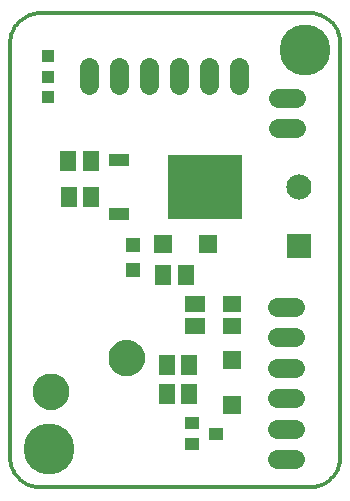
<source format=gts>
G75*
%MOIN*%
%OFA0B0*%
%FSLAX24Y24*%
%IPPOS*%
%LPD*%
%AMOC8*
5,1,8,0,0,1.08239X$1,22.5*
%
%ADD10C,0.0120*%
%ADD11R,0.0552X0.0670*%
%ADD12R,0.0591X0.0591*%
%ADD13R,0.0840X0.0840*%
%ADD14C,0.0840*%
%ADD15R,0.0512X0.0512*%
%ADD16C,0.0640*%
%ADD17R,0.0631X0.0552*%
%ADD18R,0.0670X0.0552*%
%ADD19R,0.2481X0.2166*%
%ADD20R,0.0670X0.0434*%
%ADD21R,0.0490X0.0440*%
%ADD22R,0.0434X0.0434*%
%ADD23C,0.0500*%
%ADD24C,0.0434*%
%ADD25C,0.1700*%
D10*
X004883Y004781D02*
X013883Y004781D01*
X013943Y004783D01*
X014004Y004788D01*
X014063Y004797D01*
X014122Y004810D01*
X014181Y004826D01*
X014238Y004846D01*
X014293Y004869D01*
X014348Y004896D01*
X014400Y004925D01*
X014451Y004958D01*
X014500Y004994D01*
X014546Y005032D01*
X014590Y005074D01*
X014632Y005118D01*
X014670Y005164D01*
X014706Y005213D01*
X014739Y005264D01*
X014768Y005316D01*
X014795Y005371D01*
X014818Y005426D01*
X014838Y005483D01*
X014854Y005542D01*
X014867Y005601D01*
X014876Y005660D01*
X014881Y005721D01*
X014883Y005781D01*
X014883Y019581D01*
X014881Y019641D01*
X014876Y019702D01*
X014867Y019761D01*
X014854Y019820D01*
X014838Y019879D01*
X014818Y019936D01*
X014795Y019991D01*
X014768Y020046D01*
X014739Y020098D01*
X014706Y020149D01*
X014670Y020198D01*
X014632Y020244D01*
X014590Y020288D01*
X014546Y020330D01*
X014500Y020368D01*
X014451Y020404D01*
X014400Y020437D01*
X014348Y020466D01*
X014293Y020493D01*
X014238Y020516D01*
X014181Y020536D01*
X014122Y020552D01*
X014063Y020565D01*
X014004Y020574D01*
X013943Y020579D01*
X013883Y020581D01*
X004883Y020581D01*
X004823Y020579D01*
X004762Y020574D01*
X004703Y020565D01*
X004644Y020552D01*
X004585Y020536D01*
X004528Y020516D01*
X004473Y020493D01*
X004418Y020466D01*
X004366Y020437D01*
X004315Y020404D01*
X004266Y020368D01*
X004220Y020330D01*
X004176Y020288D01*
X004134Y020244D01*
X004096Y020198D01*
X004060Y020149D01*
X004027Y020098D01*
X003998Y020046D01*
X003971Y019991D01*
X003948Y019936D01*
X003928Y019879D01*
X003912Y019820D01*
X003899Y019761D01*
X003890Y019702D01*
X003885Y019641D01*
X003883Y019581D01*
X003883Y005781D01*
X003885Y005721D01*
X003890Y005660D01*
X003899Y005601D01*
X003912Y005542D01*
X003928Y005483D01*
X003948Y005426D01*
X003971Y005371D01*
X003998Y005316D01*
X004027Y005264D01*
X004060Y005213D01*
X004096Y005164D01*
X004134Y005118D01*
X004176Y005074D01*
X004220Y005032D01*
X004266Y004994D01*
X004315Y004958D01*
X004366Y004925D01*
X004418Y004896D01*
X004473Y004869D01*
X004528Y004846D01*
X004585Y004826D01*
X004644Y004810D01*
X004703Y004797D01*
X004762Y004788D01*
X004823Y004783D01*
X004883Y004781D01*
D11*
X009110Y007902D03*
X009858Y007902D03*
X009855Y008841D03*
X009107Y008841D03*
X008983Y011860D03*
X009731Y011860D03*
X006586Y014465D03*
X005838Y014465D03*
X005814Y015671D03*
X006562Y015671D03*
D12*
X008990Y012875D03*
X010486Y012875D03*
X011283Y009029D03*
X011283Y007533D03*
D13*
X013500Y012832D03*
D14*
X013500Y014800D03*
D15*
X007964Y012866D03*
X007964Y012039D03*
D16*
X012771Y010803D02*
X013371Y010803D01*
X013371Y009803D02*
X012771Y009803D01*
X012771Y008772D02*
X013371Y008772D01*
X013371Y007772D02*
X012771Y007772D01*
X012783Y006735D02*
X013383Y006735D01*
X013383Y005735D02*
X012783Y005735D01*
X012802Y016760D02*
X013402Y016760D01*
X013402Y017760D02*
X012802Y017760D01*
X011512Y018205D02*
X011512Y018805D01*
X010512Y018805D02*
X010512Y018205D01*
X009512Y018205D02*
X009512Y018805D01*
X008512Y018805D02*
X008512Y018205D01*
X007512Y018205D02*
X007512Y018805D01*
X006512Y018805D02*
X006512Y018205D01*
D17*
X011294Y010892D03*
X011294Y010144D03*
D18*
X010033Y010157D03*
X010033Y010905D03*
D19*
X010371Y014781D03*
D20*
X007497Y015678D03*
X007497Y013883D03*
D21*
X009958Y006909D03*
X009958Y006209D03*
X010758Y006559D03*
D22*
X005155Y017776D03*
X005155Y018463D03*
X005155Y019151D03*
D23*
X007395Y009102D02*
X007397Y009139D01*
X007403Y009176D01*
X007412Y009211D01*
X007426Y009246D01*
X007442Y009279D01*
X007463Y009310D01*
X007486Y009339D01*
X007512Y009365D01*
X007541Y009388D01*
X007572Y009409D01*
X007605Y009425D01*
X007640Y009439D01*
X007675Y009448D01*
X007712Y009454D01*
X007749Y009456D01*
X007786Y009454D01*
X007823Y009448D01*
X007858Y009439D01*
X007893Y009425D01*
X007926Y009409D01*
X007957Y009388D01*
X007986Y009365D01*
X008012Y009339D01*
X008035Y009310D01*
X008056Y009279D01*
X008072Y009246D01*
X008086Y009211D01*
X008095Y009176D01*
X008101Y009139D01*
X008103Y009102D01*
X008101Y009065D01*
X008095Y009028D01*
X008086Y008993D01*
X008072Y008958D01*
X008056Y008925D01*
X008035Y008894D01*
X008012Y008865D01*
X007986Y008839D01*
X007957Y008816D01*
X007926Y008795D01*
X007893Y008779D01*
X007858Y008765D01*
X007823Y008756D01*
X007786Y008750D01*
X007749Y008748D01*
X007712Y008750D01*
X007675Y008756D01*
X007640Y008765D01*
X007605Y008779D01*
X007572Y008795D01*
X007541Y008816D01*
X007512Y008839D01*
X007486Y008865D01*
X007463Y008894D01*
X007442Y008925D01*
X007426Y008958D01*
X007412Y008993D01*
X007403Y009028D01*
X007397Y009065D01*
X007395Y009102D01*
X004877Y007982D02*
X004879Y008019D01*
X004885Y008056D01*
X004894Y008091D01*
X004908Y008126D01*
X004924Y008159D01*
X004945Y008190D01*
X004968Y008219D01*
X004994Y008245D01*
X005023Y008268D01*
X005054Y008289D01*
X005087Y008305D01*
X005122Y008319D01*
X005157Y008328D01*
X005194Y008334D01*
X005231Y008336D01*
X005268Y008334D01*
X005305Y008328D01*
X005340Y008319D01*
X005375Y008305D01*
X005408Y008289D01*
X005439Y008268D01*
X005468Y008245D01*
X005494Y008219D01*
X005517Y008190D01*
X005538Y008159D01*
X005554Y008126D01*
X005568Y008091D01*
X005577Y008056D01*
X005583Y008019D01*
X005585Y007982D01*
X005583Y007945D01*
X005577Y007908D01*
X005568Y007873D01*
X005554Y007838D01*
X005538Y007805D01*
X005517Y007774D01*
X005494Y007745D01*
X005468Y007719D01*
X005439Y007696D01*
X005408Y007675D01*
X005375Y007659D01*
X005340Y007645D01*
X005305Y007636D01*
X005268Y007630D01*
X005231Y007628D01*
X005194Y007630D01*
X005157Y007636D01*
X005122Y007645D01*
X005087Y007659D01*
X005054Y007675D01*
X005023Y007696D01*
X004994Y007719D01*
X004968Y007745D01*
X004945Y007774D01*
X004924Y007805D01*
X004908Y007838D01*
X004894Y007873D01*
X004885Y007908D01*
X004879Y007945D01*
X004877Y007982D01*
D24*
X005231Y007982D03*
X007749Y009102D03*
D25*
X005163Y006060D03*
X013715Y019347D03*
M02*

</source>
